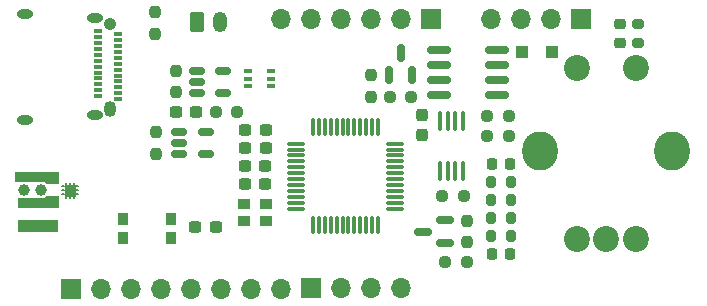
<source format=gbr>
%TF.GenerationSoftware,KiCad,Pcbnew,6.0.2-378541a8eb~116~ubuntu20.04.1*%
%TF.CreationDate,2022-02-24T19:36:26+01:00*%
%TF.ProjectId,Scale,5363616c-652e-46b6-9963-61645f706362,rev?*%
%TF.SameCoordinates,Original*%
%TF.FileFunction,Soldermask,Top*%
%TF.FilePolarity,Negative*%
%FSLAX46Y46*%
G04 Gerber Fmt 4.6, Leading zero omitted, Abs format (unit mm)*
G04 Created by KiCad (PCBNEW 6.0.2-378541a8eb~116~ubuntu20.04.1) date 2022-02-24 19:36:26*
%MOMM*%
%LPD*%
G01*
G04 APERTURE LIST*
G04 Aperture macros list*
%AMRoundRect*
0 Rectangle with rounded corners*
0 $1 Rounding radius*
0 $2 $3 $4 $5 $6 $7 $8 $9 X,Y pos of 4 corners*
0 Add a 4 corners polygon primitive as box body*
4,1,4,$2,$3,$4,$5,$6,$7,$8,$9,$2,$3,0*
0 Add four circle primitives for the rounded corners*
1,1,$1+$1,$2,$3*
1,1,$1+$1,$4,$5*
1,1,$1+$1,$6,$7*
1,1,$1+$1,$8,$9*
0 Add four rect primitives between the rounded corners*
20,1,$1+$1,$2,$3,$4,$5,0*
20,1,$1+$1,$4,$5,$6,$7,0*
20,1,$1+$1,$6,$7,$8,$9,0*
20,1,$1+$1,$8,$9,$2,$3,0*%
%AMFreePoly0*
4,1,14,0.500000,-0.520000,0.480000,-0.540000,0.440000,-0.590000,0.400000,-0.650000,0.370000,-0.700000,0.350000,-0.750000,0.330000,-0.810000,0.310000,-0.890000,0.300000,-1.000000,0.300000,-3.200000,-0.500000,-3.200000,-0.500000,0.500000,0.500000,0.500000,0.500000,-0.520000,0.500000,-0.520000,$1*%
%AMFreePoly1*
4,1,14,0.500000,-3.000000,-0.300000,-3.000000,-0.300000,-1.000000,-0.310000,-0.890000,-0.330000,-0.810000,-0.350000,-0.750000,-0.370000,-0.700000,-0.400000,-0.650000,-0.440000,-0.590000,-0.480000,-0.540000,-0.500000,-0.520000,-0.500000,0.500000,0.500000,0.500000,0.500000,-3.000000,0.500000,-3.000000,$1*%
G04 Aperture macros list end*
%ADD10C,0.150000*%
%ADD11C,0.100000*%
%ADD12C,1.000000*%
%ADD13FreePoly0,270.000000*%
%ADD14FreePoly1,270.000000*%
%ADD15R,3.500000X1.000000*%
%ADD16O,1.050000X1.350000*%
%ADD17C,1.050000*%
%ADD18R,0.700000X0.300000*%
%ADD19O,1.400000X0.800000*%
%ADD20O,3.000000X3.300000*%
%ADD21C,2.200000*%
%ADD22R,1.700000X1.700000*%
%ADD23O,1.700000X1.700000*%
%ADD24R,1.050000X0.950000*%
%ADD25RoundRect,0.075000X-0.662500X-0.075000X0.662500X-0.075000X0.662500X0.075000X-0.662500X0.075000X0*%
%ADD26RoundRect,0.075000X-0.075000X-0.662500X0.075000X-0.662500X0.075000X0.662500X-0.075000X0.662500X0*%
%ADD27RoundRect,0.237500X0.250000X0.237500X-0.250000X0.237500X-0.250000X-0.237500X0.250000X-0.237500X0*%
%ADD28RoundRect,0.237500X0.300000X0.237500X-0.300000X0.237500X-0.300000X-0.237500X0.300000X-0.237500X0*%
%ADD29RoundRect,0.237500X-0.237500X0.250000X-0.237500X-0.250000X0.237500X-0.250000X0.237500X0.250000X0*%
%ADD30RoundRect,0.200000X-0.200000X-0.275000X0.200000X-0.275000X0.200000X0.275000X-0.200000X0.275000X0*%
%ADD31RoundRect,0.237500X-0.250000X-0.237500X0.250000X-0.237500X0.250000X0.237500X-0.250000X0.237500X0*%
%ADD32RoundRect,0.200000X-0.275000X0.200000X-0.275000X-0.200000X0.275000X-0.200000X0.275000X0.200000X0*%
%ADD33RoundRect,0.100000X0.100000X-0.712500X0.100000X0.712500X-0.100000X0.712500X-0.100000X-0.712500X0*%
%ADD34RoundRect,0.150000X0.150000X-0.587500X0.150000X0.587500X-0.150000X0.587500X-0.150000X-0.587500X0*%
%ADD35RoundRect,0.200000X0.200000X0.275000X-0.200000X0.275000X-0.200000X-0.275000X0.200000X-0.275000X0*%
%ADD36RoundRect,0.150000X0.825000X0.150000X-0.825000X0.150000X-0.825000X-0.150000X0.825000X-0.150000X0*%
%ADD37RoundRect,0.237500X-0.300000X-0.237500X0.300000X-0.237500X0.300000X0.237500X-0.300000X0.237500X0*%
%ADD38R,0.900000X1.000000*%
%ADD39RoundRect,0.150000X-0.512500X-0.150000X0.512500X-0.150000X0.512500X0.150000X-0.512500X0.150000X0*%
%ADD40R,0.650000X0.400000*%
%ADD41RoundRect,0.250000X-0.350000X-0.625000X0.350000X-0.625000X0.350000X0.625000X-0.350000X0.625000X0*%
%ADD42O,1.200000X1.750000*%
%ADD43RoundRect,0.237500X-0.237500X0.300000X-0.237500X-0.300000X0.237500X-0.300000X0.237500X0.300000X0*%
%ADD44RoundRect,0.225000X-0.225000X-0.250000X0.225000X-0.250000X0.225000X0.250000X-0.225000X0.250000X0*%
%ADD45RoundRect,0.237500X0.237500X-0.250000X0.237500X0.250000X-0.237500X0.250000X-0.237500X-0.250000X0*%
%ADD46RoundRect,0.225000X0.250000X-0.225000X0.250000X0.225000X-0.250000X0.225000X-0.250000X-0.225000X0*%
%ADD47R,1.000000X1.000000*%
%ADD48RoundRect,0.150000X0.587500X0.150000X-0.587500X0.150000X-0.587500X-0.150000X0.587500X-0.150000X0*%
G04 APERTURE END LIST*
D10*
%TO.C,J2*%
X101550000Y-62286000D02*
X101550000Y-62136000D01*
X102050000Y-62436000D02*
X102200000Y-62436000D01*
X101900000Y-62286000D02*
X101900000Y-62136000D01*
X101050000Y-62436000D02*
X100900000Y-62436000D01*
X101200000Y-63286000D02*
X101200000Y-63436000D01*
X102050000Y-63136000D02*
X102200000Y-63136000D01*
X101550000Y-63286000D02*
X101550000Y-63436000D01*
X101200000Y-62286000D02*
X101200000Y-62136000D01*
X101900000Y-63286000D02*
X101900000Y-63436000D01*
X102050000Y-62786000D02*
X102200000Y-62786000D01*
X101050000Y-62786000D02*
X100900000Y-62786000D01*
X101050000Y-63136000D02*
X100900000Y-63136000D01*
D11*
X101100000Y-63236000D02*
X101100000Y-62336000D01*
X101100000Y-62336000D02*
X102000000Y-62336000D01*
X102000000Y-62336000D02*
X102000000Y-63236000D01*
X102000000Y-63236000D02*
X101100000Y-63236000D01*
G36*
X102000000Y-63236000D02*
G01*
X101100000Y-63236000D01*
X101100000Y-62336000D01*
X102000000Y-62336000D01*
X102000000Y-63236000D01*
G37*
X102000000Y-63236000D02*
X101100000Y-63236000D01*
X101100000Y-62336000D01*
X102000000Y-62336000D01*
X102000000Y-63236000D01*
D10*
X101550000Y-62286000D02*
X101550000Y-62136000D01*
X102050000Y-62436000D02*
X102200000Y-62436000D01*
X101900000Y-62286000D02*
X101900000Y-62136000D01*
X101050000Y-62436000D02*
X100900000Y-62436000D01*
X101200000Y-63286000D02*
X101200000Y-63436000D01*
X102050000Y-63136000D02*
X102200000Y-63136000D01*
X101550000Y-63286000D02*
X101550000Y-63436000D01*
X101200000Y-62286000D02*
X101200000Y-62136000D01*
X101900000Y-63286000D02*
X101900000Y-63436000D01*
X102050000Y-62786000D02*
X102200000Y-62786000D01*
X101050000Y-62786000D02*
X100900000Y-62786000D01*
X101050000Y-63136000D02*
X100900000Y-63136000D01*
D11*
X101100000Y-63236000D02*
X101100000Y-62336000D01*
X101100000Y-62336000D02*
X102000000Y-62336000D01*
X102000000Y-62336000D02*
X102000000Y-63236000D01*
X102000000Y-63236000D02*
X101100000Y-63236000D01*
G36*
X102000000Y-63236000D02*
G01*
X101100000Y-63236000D01*
X101100000Y-62336000D01*
X102000000Y-62336000D01*
X102000000Y-63236000D01*
G37*
X102000000Y-63236000D02*
X101100000Y-63236000D01*
X101100000Y-62336000D01*
X102000000Y-62336000D01*
X102000000Y-63236000D01*
%TD*%
D12*
%TO.C,J2*%
X99100000Y-62786000D03*
X97625000Y-62786000D03*
D13*
X100100000Y-61786000D03*
D14*
X100100000Y-63786000D03*
D15*
X98850000Y-65786000D03*
%TD*%
D16*
%TO.C,J6*%
X104944000Y-55924000D03*
D17*
X104944000Y-48724000D03*
D18*
X105604000Y-49574000D03*
X105604000Y-50074000D03*
X105604000Y-50574000D03*
X105604000Y-51074000D03*
X105604000Y-51574000D03*
X105604000Y-52074000D03*
X105604000Y-52574000D03*
X105604000Y-53074000D03*
X105604000Y-53574000D03*
X105604000Y-54074000D03*
X105604000Y-54574000D03*
X105604000Y-55074000D03*
X103904000Y-54824000D03*
X103904000Y-54324000D03*
X103904000Y-53824000D03*
X103904000Y-53324000D03*
X103904000Y-52824000D03*
X103904000Y-52324000D03*
X103904000Y-51824000D03*
X103904000Y-51324000D03*
X103904000Y-50824000D03*
X103904000Y-50324000D03*
X103904000Y-49824000D03*
X103904000Y-49324000D03*
D19*
X103694000Y-56454000D03*
X103694000Y-48194000D03*
X97744000Y-47834000D03*
X97744000Y-56814000D03*
%TD*%
D20*
%TO.C,SW2*%
X152539000Y-59440000D03*
X141339000Y-59440000D03*
D21*
X149439000Y-66940000D03*
X144439000Y-66940000D03*
X146939000Y-66940000D03*
X149439000Y-52440000D03*
X144439000Y-52440000D03*
%TD*%
D22*
%TO.C,J3*%
X121980000Y-71076000D03*
D23*
X124520000Y-71076000D03*
X127060000Y-71076000D03*
X129600000Y-71076000D03*
%TD*%
D24*
%TO.C,X1*%
X118146000Y-63918000D03*
X116296000Y-63918000D03*
X116296000Y-65368000D03*
X118146000Y-65368000D03*
%TD*%
D25*
%TO.C,U1*%
X120705000Y-58845000D03*
X120705000Y-59345000D03*
X120705000Y-59845000D03*
X120705000Y-60345000D03*
X120705000Y-60845000D03*
X120705000Y-61345000D03*
X120705000Y-61845000D03*
X120705000Y-62345000D03*
X120705000Y-62845000D03*
X120705000Y-63345000D03*
X120705000Y-63845000D03*
X120705000Y-64345000D03*
D26*
X122117500Y-65757500D03*
X122617500Y-65757500D03*
X123117500Y-65757500D03*
X123617500Y-65757500D03*
X124117500Y-65757500D03*
X124617500Y-65757500D03*
X125117500Y-65757500D03*
X125617500Y-65757500D03*
X126117500Y-65757500D03*
X126617500Y-65757500D03*
X127117500Y-65757500D03*
X127617500Y-65757500D03*
D25*
X129030000Y-64345000D03*
X129030000Y-63845000D03*
X129030000Y-63345000D03*
X129030000Y-62845000D03*
X129030000Y-62345000D03*
X129030000Y-61845000D03*
X129030000Y-61345000D03*
X129030000Y-60845000D03*
X129030000Y-60345000D03*
X129030000Y-59845000D03*
X129030000Y-59345000D03*
X129030000Y-58845000D03*
D26*
X127617500Y-57432500D03*
X127117500Y-57432500D03*
X126617500Y-57432500D03*
X126117500Y-57432500D03*
X125617500Y-57432500D03*
X125117500Y-57432500D03*
X124617500Y-57432500D03*
X124117500Y-57432500D03*
X123617500Y-57432500D03*
X123117500Y-57432500D03*
X122617500Y-57432500D03*
X122117500Y-57432500D03*
%TD*%
D27*
%TO.C,R14*%
X115720500Y-56134000D03*
X113895500Y-56134000D03*
%TD*%
D22*
%TO.C,J5*%
X132080000Y-48260000D03*
D23*
X129540000Y-48260000D03*
X127000000Y-48260000D03*
X124460000Y-48260000D03*
X121920000Y-48260000D03*
X119380000Y-48260000D03*
%TD*%
D28*
%TO.C,C2*%
X118110000Y-57658000D03*
X116385000Y-57658000D03*
%TD*%
D29*
%TO.C,R12*%
X135128000Y-65381500D03*
X135128000Y-67206500D03*
%TD*%
D27*
%TO.C,R13*%
X130452500Y-54864000D03*
X128627500Y-54864000D03*
%TD*%
%TO.C,R1*%
X138707500Y-56515000D03*
X136882500Y-56515000D03*
%TD*%
D30*
%TO.C,R5*%
X137224000Y-63627000D03*
X138874000Y-63627000D03*
%TD*%
D31*
%TO.C,R9*%
X133326500Y-68834000D03*
X135151500Y-68834000D03*
%TD*%
D29*
%TO.C,R15*%
X108839000Y-57888500D03*
X108839000Y-59713500D03*
%TD*%
D32*
%TO.C,R7*%
X149606000Y-48705000D03*
X149606000Y-50355000D03*
%TD*%
D31*
%TO.C,R2*%
X133072500Y-63246000D03*
X134897500Y-63246000D03*
%TD*%
D33*
%TO.C,U4*%
X132883000Y-61167500D03*
X133533000Y-61167500D03*
X134183000Y-61167500D03*
X134833000Y-61167500D03*
X134833000Y-56942500D03*
X134183000Y-56942500D03*
X133533000Y-56942500D03*
X132883000Y-56942500D03*
%TD*%
D34*
%TO.C,Q2*%
X128590000Y-53007500D03*
X130490000Y-53007500D03*
X129540000Y-51132500D03*
%TD*%
D35*
%TO.C,R4*%
X138874000Y-62103000D03*
X137224000Y-62103000D03*
%TD*%
D29*
%TO.C,R10*%
X127000000Y-53062500D03*
X127000000Y-54887500D03*
%TD*%
D36*
%TO.C,U3*%
X137730000Y-54737000D03*
X137730000Y-53467000D03*
X137730000Y-52197000D03*
X137730000Y-50927000D03*
X132780000Y-50927000D03*
X132780000Y-52197000D03*
X132780000Y-53467000D03*
X132780000Y-54737000D03*
%TD*%
D30*
%TO.C,R6*%
X137224000Y-65151000D03*
X138874000Y-65151000D03*
%TD*%
D37*
%TO.C,C7*%
X110516500Y-56134000D03*
X112241500Y-56134000D03*
%TD*%
D38*
%TO.C,SW1*%
X110127000Y-65240000D03*
X106027000Y-65240000D03*
X110127000Y-66840000D03*
X106027000Y-66840000D03*
%TD*%
D39*
%TO.C,U6*%
X110749500Y-57851000D03*
X110749500Y-58801000D03*
X110749500Y-59751000D03*
X113024500Y-59751000D03*
X113024500Y-57851000D03*
%TD*%
%TO.C,U5*%
X112258500Y-52660000D03*
X112258500Y-53610000D03*
X112258500Y-54560000D03*
X114533500Y-54560000D03*
X114533500Y-52660000D03*
%TD*%
D37*
%TO.C,C5*%
X112167500Y-65913000D03*
X113892500Y-65913000D03*
%TD*%
D40*
%TO.C,Q3*%
X116652000Y-52690000D03*
X116652000Y-53340000D03*
X116652000Y-53990000D03*
X118552000Y-53990000D03*
X118552000Y-53340000D03*
X118552000Y-52690000D03*
%TD*%
D31*
%TO.C,R3*%
X136882500Y-58166000D03*
X138707500Y-58166000D03*
%TD*%
D41*
%TO.C,BT1*%
X112268000Y-48514000D03*
D42*
X114268000Y-48514000D03*
%TD*%
D22*
%TO.C,J4*%
X101600000Y-71120000D03*
D23*
X104140000Y-71120000D03*
X106680000Y-71120000D03*
X109220000Y-71120000D03*
X111760000Y-71120000D03*
X114300000Y-71120000D03*
X116840000Y-71120000D03*
X119380000Y-71120000D03*
%TD*%
D22*
%TO.C,J1*%
X144780000Y-48260000D03*
D23*
X142240000Y-48260000D03*
X139700000Y-48260000D03*
X137160000Y-48260000D03*
%TD*%
D43*
%TO.C,C6*%
X131318000Y-56414500D03*
X131318000Y-58139500D03*
%TD*%
D44*
%TO.C,C9*%
X137274000Y-68199000D03*
X138824000Y-68199000D03*
%TD*%
D45*
%TO.C,R16*%
X108712000Y-49553500D03*
X108712000Y-47728500D03*
%TD*%
D44*
%TO.C,C8*%
X137274000Y-60579000D03*
X138824000Y-60579000D03*
%TD*%
D46*
%TO.C,C10*%
X148082000Y-50305000D03*
X148082000Y-48755000D03*
%TD*%
D28*
%TO.C,C4*%
X118083500Y-60736000D03*
X116358500Y-60736000D03*
%TD*%
%TO.C,C3*%
X118083500Y-62230000D03*
X116358500Y-62230000D03*
%TD*%
D30*
%TO.C,R8*%
X137224000Y-66675000D03*
X138874000Y-66675000D03*
%TD*%
D29*
%TO.C,R11*%
X110490000Y-52681500D03*
X110490000Y-54506500D03*
%TD*%
D47*
%TO.C,D1*%
X139847000Y-51054000D03*
X142347000Y-51054000D03*
%TD*%
D28*
%TO.C,C1*%
X118110000Y-59182000D03*
X116385000Y-59182000D03*
%TD*%
D48*
%TO.C,Q1*%
X133271500Y-67244000D03*
X133271500Y-65344000D03*
X131396500Y-66294000D03*
%TD*%
M02*

</source>
